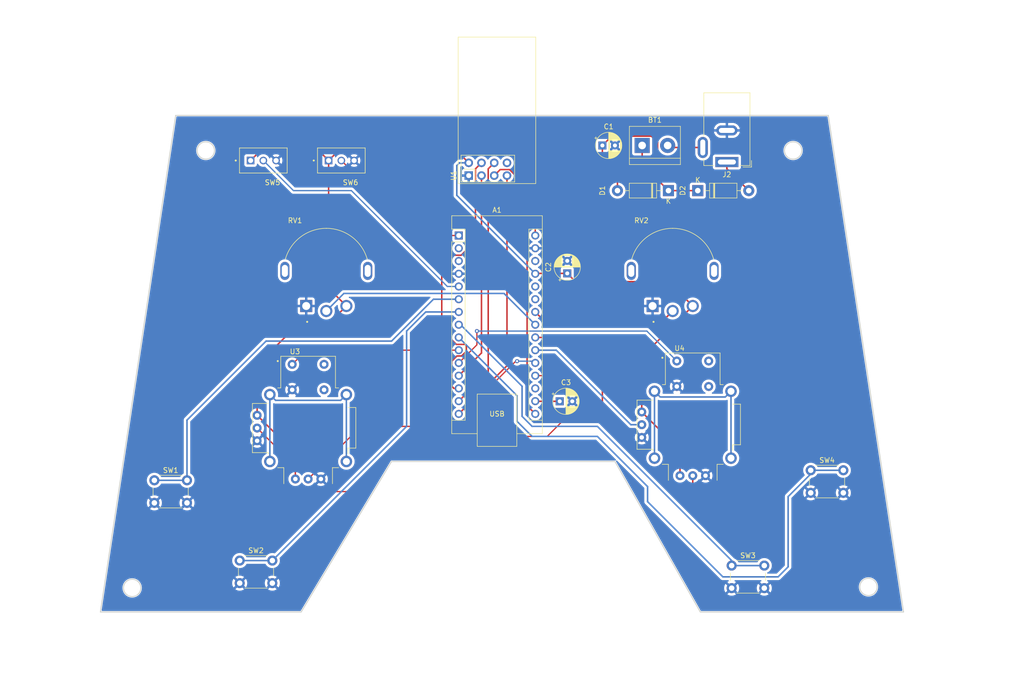
<source format=kicad_pcb>
(kicad_pcb (version 20221018) (generator pcbnew)
  (layers (0 "F.Cu" signal) (31 "B.Cu" signal) (34 "B.Paste" user) (35 "F.Paste" user) (36 "B.SilkS" user "B.Silkscreen") (37 "F.SilkS" user "F.Silkscreen") (38 "B.Mask" user) (39 "F.Mask" user) (44 "Edge.Cuts" user))
  (net 0 "")
  (net 1 "SPDT_1_Left")
  (net 4 "GND")
  (net 5 "SPDT_2_Right")
  (net 6 "Button_1")
  (net 7 "Button_2")
  (net 8 "Button_3")
  (net 9 "Button_4")
  (net 10 "j1Button")
  (net 11 "j2Button")
  (net 12 "CE")
  (net 13 "CSN")
  (net 14 "MOSI")
  (net 15 "MISO")
  (net 16 "SCK")
  (net 17 "+3V3")
  (net 19 "j1_PotX")
  (net 20 "j1_PotY")
  (net 21 "j2_PotX")
  (net 22 "j2_PotY")
  (net 23 "Pot_1_Left")
  (net 24 "Pot_2_Right")
  (net 27 "+5V")
  (net 29 "VIN")
  (net 30 "Net-(BT1-+)")
  (net 31 "Net-(BT1--)")
  (net 32 "Net-(D2-A)")
  (net 34 "unconnected-(U3-SHIELD-PadS1)")
  (net 35 "unconnected-(U4-SHIELD-PadS1)")
  (footprint "Button_Switch_THT:SW_PUSH_6mm" (layer "F.Cu") (at 196.75 130.75)
    (fp_text reference "SW3" (at 3.25 -2) (layer "F.SilkS"))
    (fp_text value "SW_Push")
    (pad "1" thru_hole circle (at 0 0 90) (size 2 2) (drill 1.1) (layers "*.Cu" "*.Mask") (net 8 "Button_3"))
    (pad "1" thru_hole circle (at 6.5 0 90) (size 2 2) (drill 1.1) (layers "*.Cu" "*.Mask") (net 8 "Button_3"))
    (pad "2" thru_hole circle (at 0 4.5 90) (size 2 2) (drill 1.1) (layers "*.Cu" "*.Mask") (net 4 "GND"))
    (pad "2" thru_hole circle (at 6.5 4.5 90) (size 2 2) (drill 1.1) (layers "*.Cu" "*.Mask") (net 4 "GND"))
  )
  (footprint "Diode_THT:D_DO-41_SOD81_P10.16mm_Horizontal" (layer "F.Cu") (at 190 56)
    (fp_text reference "D2" (at -3 0 90) (layer "F.SilkS"))
    (fp_text value "1N4001")
    (fp_text user "K" (at 0 -2.1) (layer "F.SilkS"))
    (pad "1" thru_hole rect (at 0 0) (size 2.2 2.2) (drill 1.1) (layers "*.Cu" "*.Mask") (net 29 "VIN"))
    (pad "2" thru_hole oval (at 10.16 0) (size 2.2 2.2) (drill 1.1) (layers "*.Cu" "*.Mask") (net 32 "Net-(D2-A)"))
  )
  (footprint "Button_Switch_THT:SW_PUSH_6mm" (layer "F.Cu") (at 98.75 129.75)
    (fp_text reference "SW2" (at 3.25 -2) (layer "F.SilkS"))
    (fp_text value "SW_Push")
    (pad "1" thru_hole circle (at 0 0 90) (size 2 2) (drill 1.1) (layers "*.Cu" "*.Mask") (net 7 "Button_2"))
    (pad "1" thru_hole circle (at 6.5 0 90) (size 2 2) (drill 1.1) (layers "*.Cu" "*.Mask") (net 7 "Button_2"))
    (pad "2" thru_hole circle (at 0 4.5 90) (size 2 2) (drill 1.1) (layers "*.Cu" "*.Mask") (net 4 "GND"))
    (pad "2" thru_hole circle (at 6.5 4.5 90) (size 2 2) (drill 1.1) (layers "*.Cu" "*.Mask") (net 4 "GND"))
  )
  (footprint "SPDT_Switch:SW_ATE1D-2M3-10-Z" (layer "F.Cu") (at 103.46 50 180)
    (fp_text reference "SW5" (at -1.825 -4.385) (layer "F.SilkS"))
    (fp_text value "SW_SPDT")
    (pad "1" thru_hole rect (at 2.54 0 180) (size 1.508 1.508) (drill 1) (layers "*.Cu" "*.Mask") (net 27 "+5V"))
    (pad "2" thru_hole circle (at 0 0 180) (size 1.508 1.508) (drill 1) (layers "*.Cu" "*.Mask") (net 1 "SPDT_1_Left"))
    (pad "3" thru_hole circle (at -2.54 0 180) (size 1.508 1.508) (drill 1) (layers "*.Cu" "*.Mask") (net 4 "GND"))
  )
  (footprint "Diode_THT:D_DO-41_SOD81_P10.16mm_Horizontal" (layer "F.Cu") (at 184.16 56 180)
    (fp_text reference "D1" (at 13.16 0 90) (layer "F.SilkS"))
    (fp_text value "1N4001")
    (fp_text user "K" (at 0 -2.1) (layer "F.SilkS"))
    (pad "1" thru_hole rect (at 0 0 180) (size 2.2 2.2) (drill 1.1) (layers "*.Cu" "*.Mask") (net 29 "VIN"))
    (pad "2" thru_hole oval (at 10.16 0 180) (size 2.2 2.2) (drill 1.1) (layers "*.Cu" "*.Mask") (net 30 "Net-(BT1-+)"))
  )
  (footprint "TerminalBlock:TerminalBlock_bornier-2_P5.08mm" (layer "F.Cu") (at 178.92 47)
    (fp_text reference "BT1" (at 2.54 -5.08) (layer "F.SilkS"))
    (fp_text value "Battery")
    (pad "1" thru_hole rect (at 0 0) (size 3 3) (drill 1.52) (layers "*.Cu" "*.Mask") (net 30 "Net-(BT1-+)"))
    (pad "2" thru_hole circle (at 5.08 0) (size 3 3) (drill 1.52) (layers "*.Cu" "*.Mask") (net 31 "Net-(BT1--)"))
  )
  (footprint "Button_Switch_THT:SW_PUSH_6mm" (layer "F.Cu") (at 81.75 113.75)
    (fp_text reference "SW1" (at 3.25 -2) (layer "F.SilkS"))
    (fp_text value "SW_Push")
    (pad "1" thru_hole circle (at 0 0 90) (size 2 2) (drill 1.1) (layers "*.Cu" "*.Mask") (net 6 "Button_1"))
    (pad "1" thru_hole circle (at 6.5 0 90) (size 2 2) (drill 1.1) (layers "*.Cu" "*.Mask") (net 6 "Button_1"))
    (pad "2" thru_hole circle (at 0 4.5 90) (size 2 2) (drill 1.1) (layers "*.Cu" "*.Mask") (net 4 "GND"))
    (pad "2" thru_hole circle (at 6.5 4.5 90) (size 2 2) (drill 1.1) (layers "*.Cu" "*.Mask") (net 4 "GND"))
  )
  (footprint "Module:Arduino_Nano" (layer "F.Cu") (at 142.39 64.95)
    (fp_text reference "A1" (at 7.62 -5.08) (layer "F.SilkS"))
    (fp_text value "Arduino_Nano_v3.x")
    (fp_text user "USB" (at 7.62 35.56 unlocked) (layer "F.SilkS"))
    (pad "1" thru_hole rect (at 0 0) (size 1.6 1.6) (drill 1) (layers "*.Cu" "*.Mask") (net 5 "SPDT_2_Right"))
    (pad "2" thru_hole oval (at 0 2.54) (size 1.6 1.6) (drill 1) (layers "*.Cu" "*.Mask"))
    (pad "3" thru_hole oval (at 0 5.08) (size 1.6 1.6) (drill 1) (layers "*.Cu" "*.Mask"))
    (pad "4" thru_hole oval (at 0 7.62) (size 1.6 1.6) (drill 1) (layers "*.Cu" "*.Mask") (net 4 "GND"))
    (pad "5" thru_hole oval (at 0 10.16) (size 1.6 1.6) (drill 1) (layers "*.Cu" "*.Mask") (net 1 "SPDT_1_Left"))
    (pad "6" thru_hole oval (at 0 12.7) (size 1.6 1.6) (drill 1) (layers "*.Cu" "*.Mask") (net 6 "Button_1"))
    (pad "7" thru_hole oval (at 0 15.24) (size 1.6 1.6) (drill 1) (layers "*.Cu" "*.Mask") (net 7 "Button_2"))
    (pad "8" thru_hole oval (at 0 17.78) (size 1.6 1.6) (drill 1) (layers "*.Cu" "*.Mask") (net 8 "Button_3"))
    (pad "9" thru_hole oval (at 0 20.32) (size 1.6 1.6) (drill 1) (layers "*.Cu" "*.Mask") (net 9 "Button_4"))
    (pad "10" thru_hole oval (at 0 22.86) (size 1.6 1.6) (drill 1) (layers "*.Cu" "*.Mask") (net 10 "j1Button"))
    (pad "11" thru_hole oval (at 0 25.4) (size 1.6 1.6) (drill 1) (layers "*.Cu" "*.Mask") (net 11 "j2Button"))
    (pad "12" thru_hole oval (at 0 27.94) (size 1.6 1.6) (drill 1) (layers "*.Cu" "*.Mask") (net 12 "CE"))
    (pad "13" thru_hole oval (at 0 30.48) (size 1.6 1.6) (drill 1) (layers "*.Cu" "*.Mask") (net 13 "CSN"))
    (pad "14" thru_hole oval (at 0 33.02) (size 1.6 1.6) (drill 1) (layers "*.Cu" "*.Mask") (net 14 "MOSI"))
    (pad "15" thru_hole oval (at 0 35.56) (size 1.6 1.6) (drill 1) (layers "*.Cu" "*.Mask") (net 15 "MISO"))
    (pad "16" thru_hole oval (at 15.24 35.56) (size 1.6 1.6) (drill 1) (layers "*.Cu" "*.Mask") (net 16 "SCK"))
    (pad "17" thru_hole oval (at 15.24 33.02) (size 1.6 1.6) (drill 1) (layers "*.Cu" "*.Mask") (net 17 "+3V3"))
    (pad "18" thru_hole oval (at 15.24 30.48) (size 1.6 1.6) (drill 1) (layers "*.Cu" "*.Mask"))
    (pad "19" thru_hole oval (at 15.24 27.94) (size 1.6 1.6) (drill 1) (layers "*.Cu" "*.Mask") (net 19 "j1_PotX"))
    (pad "20" thru_hole oval (at 15.24 25.4) (size 1.6 1.6) (drill 1) (layers "*.Cu" "*.Mask") (net 20 "j1_PotY"))
    (pad "21" thru_hole oval (at 15.24 22.86) (size 1.6 1.6) (drill 1) (layers "*.Cu" "*.Mask") (net 21 "j2_PotX"))
    (pad "22" thru_hole oval (at 15.24 20.32) (size 1.6 1.6) (drill 1) (layers "*.Cu" "*.Mask") (net 22 "j2_PotY"))
    (pad "23" thru_hole oval (at 15.24 17.78) (size 1.6 1.6) (drill 1) (layers "*.Cu" "*.Mask") (net 23 "Pot_1_Left"))
    (pad "24" thru_hole oval (at 15.24 15.24) (size 1.6 1.6) (drill 1) (layers "*.Cu" "*.Mask") (net 24 "Pot_2_Right"))
    (pad "25" thru_hole oval (at 15.24 12.7) (size 1.6 1.6) (drill 1) (layers "*.Cu" "*.Mask"))
    (pad "26" thru_hole oval (at 15.24 10.16) (size 1.6 1.6) (drill 1) (layers "*.Cu" "*.Mask"))
    (pad "27" thru_hole oval (at 15.24 7.62) (size 1.6 1.6) (drill 1) (layers "*.Cu" "*.Mask") (net 27 "+5V"))
    (pad "28" thru_hole oval (at 15.24 5.08) (size 1.6 1.6) (drill 1) (layers "*.Cu" "*.Mask"))
    (pad "29" thru_hole oval (at 15.24 2.54) (size 1.6 1.6) (drill 1) (layers "*.Cu" "*.Mask") (net 4 "GND"))
    (pad "30" thru_hole oval (at 15.24 0) (size 1.6 1.6) (drill 1) (layers "*.Cu" "*.Mask") (net 29 "VIN"))
  )
  (footprint "Joystick:Joystick" (layer "F.Cu") (at 112.38 103.3325)
    (fp_text reference "U3" (at -2.625 -15.235) (layer "F.SilkS"))
    (fp_text value "Joystick1")
    (pad "B1A" thru_hole circle (at -3.175 -12.7) (size 1.778 1.778) (drill 0.9) (layers "*.Cu" "*.Mask") (net 10 "j1Button"))
    (pad "B1B" thru_hole circle (at 3.175 -12.7) (size 1.778 1.778) (drill 0.9) (layers "*.Cu" "*.Mask"))
    (pad "B2A" thru_hole circle (at -3.175 -7.62) (size 1.778 1.778) (drill 0.9) (layers "*.Cu" "*.Mask") (net 4 "GND"))
    (pad "B2B" thru_hole circle (at 3.175 -7.62) (size 1.778 1.778) (drill 0.9) (layers "*.Cu" "*.Mask"))
    (pad "H1" thru_hole circle (at -2.54 10.16) (size 1.778 1.778) (drill 0.889) (layers "*.Cu" "*.Mask") (net 27 "+5V"))
    (pad "H2" thru_hole circle (at 0 10.16) (size 1.778 1.778) (drill 0.889) (layers "*.Cu" "*.Mask") (net 20 "j1_PotY"))
    (pad "H3" thru_hole circle (at 2.54 10.16) (size 1.778 1.778) (drill 0.889) (layers "*.Cu" "*.Mask") (net 4 "GND"))
    (pad "S1" thru_hole circle (at -7.62 -6.6675) (size 2.286 2.286) (drill 1.397) (layers "*.Cu" "*.Mask") (net 34 "unconnected-(U3-SHIELD-PadS1)"))
    (pad "S2" thru_hole circle (at -7.62 6.6675) (size 2.286 2.286) (drill 1.397) (layers "*.Cu" "*.Mask") (net 34 "unconnected-(U3-SHIELD-PadS1)"))
    (pad "S3" thru_hole circle (at 7.62 6.6675) (size 2.286 2.286) (drill 1.397) (layers "*.Cu" "*.Mask") (net 34 "unconnected-(U3-SHIELD-PadS1)"))
    (pad "S4" thru_hole circle (at 7.62 -6.6675) (size 2.286 2.286) (drill 1.397) (layers "*.Cu" "*.Mask") (net 34 "unconnected-(U3-SHIELD-PadS1)"))
    (pad "V1" thru_hole circle (at -10.16 -2.54) (size 1.778 1.778) (drill 0.889) (layers "*.Cu" "*.Mask") (net 27 "+5V"))
    (pad "V2" thru_hole circle (at -10.16 0) (size 1.778 1.778) (drill 0.889) (layers "*.Cu" "*.Mask") (net 19 "j1_PotX"))
    (pad "V3" thru_hole circle (at -10.16 2.54) (size 1.778 1.778) (drill 0.889) (layers "*.Cu" "*.Mask") (net 4 "GND"))
  )
  (footprint "Potentiometer_THT:Verticle_Potentiometer" (layer "F.Cu") (at 116 72)
    (fp_text reference "RV1" (at -6.225 -10.035) (layer "F.SilkS"))
    (fp_text value "R_Potentiometer")
    (pad "1" thru_hole rect (at -4 7) (size 2.4 2.4) (drill 1.6) (layers "*.Cu" "*.Mask") (net 4 "GND"))
    (pad "2" thru_hole circle (at 0 8) (size 2.4 2.4) (drill 1.6) (layers "*.Cu" "*.Mask") (net 23 "Pot_1_Left"))
    (pad "3" thru_hole circle (at 4 7) (size 2.4 2.4) (drill 1.6) (layers "*.Cu" "*.Mask") (net 27 "+5V"))
    (pad "4" thru_hole oval (at 8.25 0) (size 1.8 3.6) (drill oval 1.2 2.4) (layers "*.Cu" "*.Mask"))
    (pad "5" thru_hole oval (at -8.25 0) (size 1.8 3.6) (drill oval 1.2 2.4) (layers "*.Cu" "*.Mask"))
  )
  (footprint "Joystick:Joystick" (layer "F.Cu") (at 189 102.6675)
    (fp_text reference "U4" (at -2.625 -15.235) (layer "F.SilkS"))
    (fp_text value "Joystick2")
    (pad "B1A" thru_hole circle (at -3.175 -12.7) (size 1.778 1.778) (drill 0.9) (layers "*.Cu" "*.Mask") (net 11 "j2Button"))
    (pad "B1B" thru_hole circle (at 3.175 -12.7) (size 1.778 1.778) (drill 0.9) (layers "*.Cu" "*.Mask"))
    (pad "B2A" thru_hole circle (at -3.175 -7.62) (size 1.778 1.778) (drill 0.9) (layers "*.Cu" "*.Mask") (net 4 "GND"))
    (pad "B2B" thru_hole circle (at 3.175 -7.62) (size 1.778 1.778) (drill 0.9) (layers "*.Cu" "*.Mask"))
    (pad "H1" thru_hole circle (at -2.54 10.16) (size 1.778 1.778) (drill 0.889) (layers "*.Cu" "*.Mask") (net 27 "+5V"))
    (pad "H2" thru_hole circle (at 0 10.16) (size 1.778 1.778) (drill 0.889) (layers "*.Cu" "*.Mask") (net 22 "j2_PotY"))
    (pad "H3" thru_hole circle (at 2.54 10.16) (size 1.778 1.778) (drill 0.889) (layers "*.Cu" "*.Mask") (net 4 "GND"))
    (pad "S1" thru_hole circle (at -7.62 -6.6675) (size 2.286 2.286) (drill 1.397) (layers "*.Cu" "*.Mask") (net 35 "unconnected-(U4-SHIELD-PadS1)"))
    (pad "S2" thru_hole circle (at -7.62 6.6675) (size 2.286 2.286) (drill 1.397) (layers "*.Cu" "*.Mask") (net 35 "unconnected-(U4-SHIELD-PadS1)"))
    (pad "S3" thru_hole circle (at 7.62 6.6675) (size 2.286 2.286) (drill 1.397) (layers "*.Cu" "*.Mask") (net 35 "unconnected-(U4-SHIELD-PadS1)"))
    (pad "S4" thru_hole circle (at 7.62 -6.6675) (size 2.286 2.286) (drill 1.397) (layers "*.Cu" "*.Mask") (net 35 "unconnected-(U4-SHIELD-PadS1)"))
    (pad "V1" thru_hole circle (at -10.16 -2.54) (size 1.778 1.778) (drill 0.889) (layers "*.Cu" "*.Mask") (net 27 "+5V"))
    (pad "V2" thru_hole circle (at -10.16 0) (size 1.778 1.778) (drill 0.889) (layers "*.Cu" "*.Mask") (net 21 "j2_PotX"))
    (pad "V3" thru_hole circle (at -10.16 2.54) (size 1.778 1.778) (drill 0.889) (layers "*.Cu" "*.Mask") (net 4 "GND"))
  )
  (footprint "Button_Switch_THT:SW_PUSH_6mm" (layer "F.Cu") (at 212.5 111.75)
    (fp_text reference "SW4" (at 3.25 -2) (layer "F.SilkS"))
    (fp_text value "SW_Push")
    (pad "1" thru_hole circle (at 0 0 90) (size 2 2) (drill 1.1) (layers "*.Cu" "*.Mask") (net 9 "Button_4"))
    (pad "1" thru_hole circle (at 6.5 0 90) (size 2 2) (drill 1.1) (layers "*.Cu" "*.Mask") (net 9 "Button_4"))
    (pad "2" thru_hole circle (at 0 4.5 90) (size 2 2) (drill 1.1) (layers "*.Cu" "*.Mask") (net 4 "GND"))
    (pad "2" thru_hole circle (at 6.5 4.5 90) (size 2 2) (drill 1.1) (layers "*.Cu" "*.Mask") (net 4 "GND"))
  )
  (footprint "Capacitor_THT:CP_Radial_D5.0mm_P2.50mm" (layer "F.Cu") (at 162.5 98)
    (fp_text reference "C3" (at 1.25 -3.75) (layer "F.SilkS"))
    (fp_text value "C")
    (pad "1" thru_hole rect (at 0 0) (size 1.6 1.6) (drill 0.8) (layers "*.Cu" "*.Mask") (net 17 "+3V3"))
    (pad "2" thru_hole circle (at 2.5 0) (size 1.6 1.6) (drill 0.8) (layers "*.Cu" "*.Mask") (net 4 "GND"))
  )
  (footprint "RF_Module:nRF24L01_Breakout" (layer "F.Cu") (at 144.375 53 90)
    (fp_text reference "U1" (at 0 -3 90) (layer "F.SilkS"))
    (fp_text value "NRF24L01_Breakout")
    (pad "1" thru_hole rect (at 0 0 90) (size 1.7 1.7) (drill 1) (layers "*.Cu" "*.Mask") (net 4 "GND"))
    (pad "2" thru_hole circle (at 2.54 0 90) (size 1.7 1.7) (drill 1) (layers "*.Cu" "*.Mask") (net 27 "+5V"))
    (pad "3" thru_hole circle (at 0 2.54 90) (size 1.7 1.7) (drill 1) (layers "*.Cu" "*.Mask") (net 12 "CE"))
    (pad "4" thru_hole circle (at 2.54 2.54 90) (size 1.7 1.7) (drill 1) (layers "*.Cu" "*.Mask") (net 13 "CSN"))
    (pad "5" thru_hole circle (at 0 5.08 90) (size 1.7 1.7) (drill 1) (layers "*.Cu" "*.Mask") (net 16 "SCK"))
    (pad "6" thru_hole circle (at 2.54 5.08 90) (size 1.7 1.7) (drill 1) (layers "*.Cu" "*.Mask") (net 14 "MOSI"))
    (pad "7" thru_hole circle (at 0 7.62 90) (size 1.7 1.7) (drill 1) (layers "*.Cu" "*.Mask") (net 15 "MISO"))
    (pad "8" thru_hole circle (at 2.54 7.62 90) (size 1.7 1.7) (drill 1) (layers "*.Cu" "*.Mask"))
  )
  (footprint "Potentiometer_THT:Verticle_Potentiometer" (layer "F.Cu") (at 185 72)
    (fp_text reference "RV2" (at -6.225 -10.035) (layer "F.SilkS"))
    (fp_text value "R_Potentiometer")
    (pad "1" thru_hole rect (at -4 7) (size 2.4 2.4) (drill 1.6) (layers "*.Cu" "*.Mask") (net 4 "GND"))
    (pad "2" thru_hole circle (at 0 8) (size 2.4 2.4) (drill 1.6) (layers "*.Cu" "*.Mask") (net 24 "Pot_2_Right"))
    (pad "3" thru_hole circle (at 4 7) (size 2.4 2.4) (drill 1.6) (layers "*.Cu" "*.Mask") (net 27 "+5V"))
    (pad "4" thru_hole oval (at 8.25 0) (size 1.8 3.6) (drill oval 1.2 2.4) (layers "*.Cu" "*.Mask"))
    (pad "5" thru_hole oval (at -8.25 0) (size 1.8 3.6) (drill oval 1.2 2.4) (layers "*.Cu" "*.Mask"))
  )
  (footprint "Capacitor_THT:CP_Radial_D5.0mm_P2.50mm" (layer "F.Cu") (at 164 72.5 90)
    (fp_text reference "C2" (at 1.25 -3.75 90) (layer "F.SilkS"))
    (fp_text value "C")
    (pad "1" thru_hole rect (at 0 0 90) (size 1.6 1.6) (drill 0.8) (layers "*.Cu" "*.Mask") (net 27 "+5V"))
    (pad "2" thru_hole circle (at 2.5 0 90) (size 1.6 1.6) (drill 0.8) (layers "*.Cu" "*.Mask") (net 4 "GND"))
  )
  (footprint "SPDT_Switch:SW_ATE1D-2M3-10-Z" (layer "F.Cu") (at 119 50 180)
    (fp_text reference "SW6" (at -1.825 -4.385) (layer "F.SilkS"))
    (fp_text value "SW_SPDT")
    (pad "1" thru_hole rect (at 2.54 0 180) (size 1.508 1.508) (drill 1) (layers "*.Cu" "*.Mask") (net 27 "+5V"))
    (pad "2" thru_hole circle (at 0 0 180) (size 1.508 1.508) (drill 1) (layers "*.Cu" "*.Mask") (net 5 "SPDT_2_Right"))
    (pad "3" thru_hole circle (at -2.54 0 180) (size 1.508 1.508) (drill 1) (layers "*.Cu" "*.Mask") (net 4 "GND"))
  )
  (footprint "Capacitor_THT:CP_Radial_D5.0mm_P2.50mm" (layer "F.Cu") (at 171 47)
    (fp_text reference "C1" (at 1.25 -3.75) (layer "F.SilkS"))
    (fp_text value "10uF")
    (pad "1" thru_hole rect (at 0 0) (size 1.6 1.6) (drill 0.8) (layers "*.Cu" "*.Mask") (net 29 "VIN"))
    (pad "2" thru_hole circle (at 2.5 0) (size 1.6 1.6) (drill 0.8) (layers "*.Cu" "*.Mask") (net 4 "GND"))
  )
  (footprint "Connector_BarrelJack:BarrelJack_GCT_DCJ200-10-A_Horizontal" (layer "F.Cu") (at 195.8 50.3 180)
    (fp_text reference "J2" (at 0 -2.5) (layer "F.SilkS"))
    (fp_text value "Barrel_Jack_Switch")
    (pad "1" thru_hole rect (at 0 0 180) (size 4.6 2) (drill oval 3.6 1) (layers "*.Cu" "*.Mask") (net 32 "Net-(D2-A)"))
    (pad "2" thru_hole oval (at 0 6.3 180) (size 4.2 2) (drill oval 3.2 1) (layers "*.Cu" "*.Mask") (net 4 "GND"))
    (pad "3" thru_hole oval (at 4.8 2.9 180) (size 2 4.2) (drill oval 1 3.2) (layers "*.Cu" "*.Mask") (net 31 "Net-(BT1--)"))
  )
  (gr_line (start 129 110) (end 173.5 110) (stroke (width 0.2)) (layer "Edge.Cuts"))
  (gr_line (start 71 140) (end 111 140) (stroke (width 0.2)) (layer "Edge.Cuts"))
  (gr_circle (center 209 48) (end 209.3 46.3) (stroke (width 0.2)) (fill none) (layer "Edge.Cuts"))
  (gr_line (start 86 41) (end 216 41) (stroke (width 0.2)) (layer "Edge.Cuts"))
  (gr_line (start 86 41) (end 71 140) (stroke (width 0.2)) (layer "Edge.Cuts"))
  (gr_line (start 111 140) (end 129 110) (stroke (width 0.2)) (layer "Edge.Cuts"))
  (gr_circle (center 77.326267 135.2) (end 77.626267 133.5) (stroke (width 0.2)) (fill none) (layer "Edge.Cuts"))
  (gr_line (start 190.5 140) (end 173.5 110) (stroke (width 0.2)) (layer "Edge.Cuts"))
  (gr_line (start 216 41) (end 231 140) (stroke (width 0.2)) (layer "Edge.Cuts"))
  (gr_line (start 190.5 140) (end 231 140) (stroke (width 0.2)) (layer "Edge.Cuts"))
  (gr_circle (center 224 135) (end 224.3 133.3) (stroke (width 0.2)) (fill none) (layer "Edge.Cuts"))
  (gr_circle (center 92 48) (end 92.3 46.3) (stroke (width 0.2)) (fill none) (layer "Edge.Cuts"))
  (segment (start 121 56) (end 140.11 75.11) (width 0.25) (layer "B.Cu") (net 1))
  (segment (start 140.11 75.11) (end 142.39 75.11) (width 0.25) (layer "B.Cu") (net 1))
  (segment (start 109.46 56) (end 121 56) (width 0.25) (layer "B.Cu") (net 1))
  (segment (start 103.46 50) (end 109.46 56) (width 0.25) (layer "B.Cu") (net 1))
  (segment (start 133.95 64.95) (end 142.39 64.95) (width 0.25) (layer "F.Cu") (net 5))
  (segment (start 119 50) (end 133.95 64.95) (width 0.25) (layer "F.Cu") (net 5))
  (segment (start 137.35 77.65) (end 142.39 77.65) (width 0.3) (layer "B.Cu") (net 6))
  (segment (start 81.75 113.75) (end 88.25 113.75) (width 0.3) (layer "B.Cu") (net 6))
  (segment (start 129 86) (end 137.35 77.65) (width 0.3) (layer "B.Cu") (net 6))
  (segment (start 88.25 113.75) (end 88.25 101.75) (width 0.3) (layer "B.Cu") (net 6))
  (segment (start 88.25 101.75) (end 104 86) (width 0.3) (layer "B.Cu") (net 6))
  (segment (start 104 86) (end 129 86) (width 0.3) (layer "B.Cu") (net 6))
  (segment (start 132 103) (end 132 84) (width 0.3) (layer "B.Cu") (net 7))
  (segment (start 132 84) (end 135.81 80.19) (width 0.3) (layer "B.Cu") (net 7))
  (segment (start 135.81 80.19) (end 142.39 80.19) (width 0.3) (layer "B.Cu") (net 7))
  (segment (start 105.25 129.75) (end 132 103) (width 0.3) (layer "B.Cu") (net 7))
  (segment (start 105.25 129.75) (end 98.75 129.75) (width 0.3) (layer "B.Cu") (net 7))
  (segment (start 142.73 82.73) (end 142.39 82.73) (width 0.3) (layer "B.Cu") (net 8))
  (segment (start 196.75 130.75) (end 196.75 129.75) (width 0.3) (layer "B.Cu") (net 8))
  (segment (start 196.75 129.75) (end 170 103) (width 0.3) (layer "B.Cu") (net 8))
  (segment (start 155 95) (end 142.73 82.73) (width 0.3) (layer "B.Cu") (net 8))
  (segment (start 196.75 130.75) (end 203.25 130.75) (width 0.3) (layer "B.Cu") (net 8))
  (segment (start 155 101) (end 155 95) (width 0.3) (layer "B.Cu") (net 8))
  (segment (start 170 103) (end 157 103) (width 0.3) (layer "B.Cu") (net 8))
  (segment (start 157 103) (end 155 101) (width 0.3) (layer "B.Cu") (net 8))
  (segment (start 212.5 111.75) (end 212.5 112.5) (width 0.3) (layer "B.Cu") (net 9))
  (segment (start 212.5 111.75) (end 219 111.75) (width 0.3) (layer "B.Cu") (net 9))
  (segment (start 154 96.88) (end 142.39 85.27) (width 0.3) (layer "B.Cu") (net 9))
  (segment (start 212.5 112.5) (end 208 117) (width 0.3) (layer "B.Cu") (net 9))
  (segment (start 208 131) (end 206 133) (width 0.3) (layer "B.Cu") (net 9))
  (segment (start 195 133) (end 180 118) (width 0.3) (layer "B.Cu") (net 9))
  (segment (start 157 105) (end 154 102) (width 0.3) (layer "B.Cu") (net 9))
  (segment (start 154 102) (end 154 96.88) (width 0.3) (layer "B.Cu") (net 9))
  (segment (start 170 105) (end 157 105) (width 0.3) (layer "B.Cu") (net 9))
  (segment (start 208 117) (end 208 131) (width 0.3) (layer "B.Cu") (net 9))
  (segment (start 180 115) (end 170 105) (width 0.3) (layer "B.Cu") (net 9))
  (segment (start 206 133) (end 195 133) (width 0.3) (layer "B.Cu") (net 9))
  (segment (start 180 118) (end 180 115) (width 0.3) (layer "B.Cu") (net 9))
  (segment (start 112.0275 87.81) (end 142.39 87.81) (width 0.25) (layer "F.Cu") (net 10))
  (segment (start 109.205 90.6325) (end 112.0275 87.81) (width 0.25) (layer "F.Cu") (net 10))
  (segment (start 146 84) (end 146 86.74) (width 0.25) (layer "F.Cu") (net 11))
  (segment (start 146 86.74) (end 142.39 90.35) (width 0.25) (layer "F.Cu") (net 11))
  (via (at 146 84) (size 0.8) (drill 0.4) (layers "F.Cu" "B.Cu") (net 11))
  (segment (start 179.8575 84) (end 146 84) (width 0.25) (layer "B.Cu") (net 11))
  (segment (start 185.825 89.9675) (end 179.8575 84) (width 0.25) (layer "B.Cu") (net 11))
  (segment (start 146.915 88.365) (end 142.39 92.89) (width 0.3) (layer "F.Cu") (net 12))
  (segment (start 146.915 53) (end 146.915 88.365) (width 0.3) (layer "F.Cu") (net 12))
  (segment (start 142.953173 88.96) (end 142.04 88.96) (width 0.3) (layer "F.Cu") (net 13))
  (segment (start 141 90) (end 141 95) (width 0.3) (layer "F.Cu") (net 13))
  (segment (start 145.715 66.031346) (end 142.866346 68.88) (width 0.3) (layer "F.Cu") (net 13))
  (segment (start 141.913654 86.66) (end 143.66 86.66) (width 0.3) (layer "F.Cu") (net 13))
  (segment (start 143.913173 86.913173) (end 143.913173 88) (width 0.3) (layer "F.Cu") (net 13))
  (segment (start 139 70) (end 139 83.746346) (width 0.3) (layer "F.Cu") (net 13))
  (segment (start 143.913173 88) (end 142.953173 88.96) (width 0.3) (layer "F.Cu") (net 13))
  (segment (start 143.66 86.66) (end 143.913173 86.913173) (width 0.3) (layer "F.Cu") (net 13))
  (segment (start 141.43 95.43) (end 142.39 95.43) (width 0.3) (layer "F.Cu") (net 13))
  (segment (start 141 95) (end 141.43 95.43) (width 0.3) (layer "F.Cu") (net 13))
  (segment (start 142.04 88.96) (end 141 90) (width 0.3) (layer "F.Cu") (net 13))
  (segment (start 140.12 68.88) (end 139 70) (width 0.3) (layer "F.Cu") (net 13))
  (segment (start 142.866346 68.88) (end 140.12 68.88) (width 0.3) (layer "F.Cu") (net 13))
  (segment (start 146.915 50.46) (end 145.715 51.66) (width 0.3) (layer "F.Cu") (net 13))
  (segment (start 145.715 51.66) (end 145.715 66.031346) (width 0.3) (layer "F.Cu") (net 13))
  (segment (start 139 83.746346) (end 141.913654 86.66) (width 0.3) (layer "F.Cu") (net 13))
  (segment (start 148.255 92.105) (end 142.39 97.97) (width 0.3) (layer "F.Cu") (net 14))
  (segment (start 149.455 50.46) (end 148.255 51.66) (width 0.3) (layer "F.Cu") (net 14))
  (segment (start 148.255 51.66) (end 148.255 92.105) (width 0.3) (layer "F.Cu") (net 14))
  (segment (start 151.995 90.905) (end 142.39 100.51) (width 0.3) (layer "F.Cu") (net 15))
  (segment (start 151.995 53) (end 151.995 90.905) (width 0.3) (layer "F.Cu") (net 15))
  (segment (start 156 55.307943) (end 156 98.88) (width 0.3) (layer "F.Cu") (net 16))
  (segment (start 149.455 53) (end 150.655 51.8) (width 0.3) (layer "F.Cu") (net 16))
  (segment (start 152.492057 51.8) (end 156 55.307943) (width 0.3) (layer "F.Cu") (net 16))
  (segment (start 150.655 51.8) (end 152.492057 51.8) (width 0.3) (layer "F.Cu") (net 16))
  (segment (start 156 98.88) (end 157.63 100.51) (width 0.3) (layer "F.Cu") (net 16))
  (segment (start 157.66 98) (end 157.63 97.97) (width 0.3) (layer "F.Cu") (net 17))
  (segment (start 162.5 98) (end 157.66 98) (width 0.3) (layer "F.Cu") (net 17))
  (segment (start 163.875 101.125) (end 163.875 96.875) (width 0.25) (layer "F.Cu") (net 19))
  (segment (start 159.89 92.89) (end 157.63 92.89) (width 0.25) (layer "F.Cu") (net 19))
  (segment (start 107 108.1125) (end 107 114) (width 0.25) (layer "F.Cu") (net 19))
  (segment (start 109 116) (end 121 116) (width 0.25) (layer "F.Cu") (net 19))
  (segment (start 107 114) (end 109 116) (width 0.25) (layer "F.Cu") (net 19))
  (segment (start 163.875 96.875) (end 159.89 92.89) (width 0.25) (layer "F.Cu") (net 19))
  (segment (start 121 116) (end 132 105) (width 0.25) (layer "F.Cu") (net 19))
  (segment (start 132 105) (end 160 105) (width 0.25) (layer "F.Cu") (net 19))
  (segment (start 160 105) (end 163.875 101.125) (width 0.25) (layer "F.Cu") (net 19))
  (segment (start 102.22 103.3325) (end 107 108.1125) (width 0.25) (layer "F.Cu") (net 19))
  (segment (start 122.8725 103) (end 112.38 113.4925) (width 0.25) (layer "F.Cu") (net 20))
  (segment (start 148 101) (end 146 103) (width 0.25) (layer "F.Cu") (net 20))
  (segment (start 153.745495 90) (end 148 95.745495) (width 0.25) (layer "F.Cu") (net 20))
  (segment (start 146 103) (end 122.8725 103) (width 0.25) (layer "F.Cu") (net 20))
  (segment (start 154 90) (end 153.745495 90) (width 0.25) (layer "F.Cu") (net 20))
  (segment (start 148 95.745495) (end 148 101) (width 0.25) (layer "F.Cu") (net 20))
  (via (at 154 90) (size 0.8) (drill 0.4) (layers "F.Cu" "B.Cu") (net 20))
  (segment (start 157.28 90) (end 154 90) (width 0.25) (layer "B.Cu") (net 20))
  (segment (start 157.63 90.35) (end 157.28 90) (width 0.25) (layer "B.Cu") (net 20))
  (segment (start 176.6675 102.6675) (end 161.81 87.81) (width 0.3) (layer "B.Cu") (net 21))
  (segment (start 161.81 87.81) (end 157.63 87.81) (width 0.3) (layer "B.Cu") (net 21))
  (segment (start 178.84 102.6675) (end 176.6675 102.6675) (width 0.3) (layer "B.Cu") (net 21))
  (segment (start 171 94) (end 162.27 85.27) (width 0.3) (layer "F.Cu") (net 22))
  (segment (start 189 115) (end 184 115) (width 0.3) (layer "F.Cu") (net 22))
  (segment (start 189 112.8275) (end 189 115) (width 0.3) (layer "F.Cu") (net 22))
  (segment (start 184 115) (end 171 102) (width 0.3) (layer "F.Cu") (net 22))
  (segment (start 162.27 85.27) (end 157.63 85.27) (width 0.3) (layer "F.Cu") (net 22))
  (segment (start 171 102) (end 171 94) (width 0.3) (layer "F.Cu") (net 22))
  (segment (start 119.5 76.5) (end 116 80) (width 0.3) (layer "B.Cu") (net 23))
  (segment (start 157.63 82.73) (end 151.4 76.5) (width 0.3) (layer "B.Cu") (net 23))
  (segment (start 151.4 76.5) (end 119.5 76.5) (width 0.3) (layer "B.Cu") (net 23))
  (segment (start 185 80) (end 183.8 81.2) (width 0.3) (layer "F.Cu") (net 24))
  (segment (start 183.8 81.2) (end 158.64 81.2) (width 0.3) (layer "F.Cu") (net 24))
  (segment (start 158.64 81.2) (end 157.63 80.19) (width 0.3) (layer "F.Cu") (net 24))
  (segment (start 164 72.5) (end 157.7 72.5) (width 0.3) (layer "F.Cu") (net 27))
  (segment (start 184.15 74.15) (end 189 79) (width 0.3) (layer "F.Cu") (net 27))
  (segment (start 186.46 107.7475) (end 186.46 112.8275) (width 0.3) (layer "F.Cu") (net 27))
  (segment (start 109.84 108.4125) (end 109.84 113.4925) (width 0.3) (layer "F.Cu") (net 27))
  (segment (start 108 85) (end 114 85) (width 0.3) (layer "F.Cu") (net 27))
  (segment (start 119.46 47) (end 140.915 47) (width 0.3) (layer "F.Cu") (net 27))
  (segment (start 102.22 90.78) (end 108 85) (width 0.3) (layer "F.Cu") (net 27))
  (segment (start 114.46 48) (end 102.92 48) (width 0.3) (layer "F.Cu") (net 27))
  (segment (start 189 79) (end 178.84 89.16) (width 0.3) (layer "F.Cu") (net 27))
  (segment (start 102.92 48) (end 100.92 50) (width 0.3) (layer "F.Cu") (net 27))
  (segment (start 165.65 74.15) (end 184.15 74.15) (width 0.3) (layer "F.Cu") (net 27))
  (segment (start 164 72.5) (end 165.65 74.15) (width 0.3) (layer "F.Cu") (net 27))
  (segment (start 116.46 75.46) (end 120 79) (width 0.3) (layer "F.Cu") (net 27))
  (segment (start 114 85) (end 120 79) (width 0.3) (layer "F.Cu") (net 27))
  (segment (start 102.22 100.7925) (end 109.84 108.4125) (width 0.3) (layer "F.Cu") (net 27))
  (segment (start 178.84 100.1275) (end 186.46 107.7475) (width 0.3) (layer "F.Cu") (net 27))
  (segment (start 178.84 89.16) (end 178.84 100.1275) (width 0.3) (layer "F.Cu") (net 27))
  (segment (start 158.06 73) (end 157.63 72.57) (width 0.3) (layer "F.Cu") (net 27))
  (segment (start 116.46 50) (end 116.46 75.46) (width 0.3) (layer "F.Cu") (net 27))
  (segment (start 157.7 72.5) (end 157.63 72.57) (width 0.3) (layer "F.Cu") (net 27))
  (segment (start 102.22 100.7925) (end 102.22 90.78) (width 0.3) (layer "F.Cu") (net 27))
  (segment (start 116.46 50) (end 114.46 48) (width 0.3) (layer "F.Cu") (net 27))
  (segment (start 140.915 47) (end 144.375 50.46) (width 0.3) (layer "F.Cu") (net 27))
  (segment (start 116.46 50) (end 119.46 47) (width 0.3) (layer "F.Cu") (net 27))
  (segment (start 142 56.94) (end 142 51) (width 0.3) (layer "B.Cu") (net 27))
  (segment (start 142.54 50.46) (end 144.375 50.46) (width 0.3) (layer "B.Cu") (net 27))
  (segment (start 142 51) (end 142.54 50.46) (width 0.3) (layer "B.Cu") (net 27))
  (segment (start 157.63 72.57) (end 142 56.94) (width 0.3) (layer "B.Cu") (net 27))
  (segment (start 190 56) (end 184.16 56) (width 0.3) (layer "F.Cu") (net 29))
  (segment (start 180.77 45.15) (end 172.85 45.15) (width 0.3) (layer "F.Cu") (net 29))
  (segment (start 172.85 45.15) (end 171 47) (width 0.3) (layer "F.Cu") (net 29))
  (segment (start 171 47) (end 171 50) (width 0.3) (layer "F.Cu") (net 29))
  (segment (start 171 50) (end 157.63 63.37) (width 0.3) (layer "F.Cu") (net 29))
  (segment (start 184.16 56) (end 182 53.84) (width 0.3) (layer "F.Cu") (net 29))
  (segment (start 182 53.84) (end 182 46.38) (width 0.3) (layer "F.Cu") (net 29))
  (segment (start 157.63 63.37) (end 157.63 64.95) (width 0.3) (layer "F.Cu") (net 29))
  (segment (start 182 46.38) (end 180.77 45.15) (width 0.3) (layer "F.Cu") (net 29))
  (segment (start 174 54) (end 174 56) (width 0.3) (layer "F.Cu") (net 30))
  (segment (start 178.92 47) (end 178.92 49.08) (width 0.3) (layer "F.Cu") (net 30))
  (segment (start 178.92 49.08) (end 174 54) (width 0.3) (layer "F.Cu") (net 30))
  (segment (start 184.4 47.4) (end 184 47) (width 0.3) (layer "F.Cu") (net 31))
  (segment (start 191 47.4) (end 184.4 47.4) (width 0.3) (layer "F.Cu") (net 31))
  (segment (start 195.8 51.64) (end 200.16 56) (width 0.3) (layer "F.Cu") (net 32))
  (segment (start 195.8 50.3) (end 195.8 51.64) (width 0.3) (layer "F.Cu") (net 32))
  (segment (start 104.76 110) (end 104.76 96.665) (width 0.3) (layer "B.Cu") (net 34))
  (segment (start 105.903 97.808) (end 118.857 97.808) (width 0.3) (layer "B.Cu") (net 34))
  (segment (start 104.76 96.665) (end 105.903 97.808) (width 0.3) (layer "B.Cu") (net 34))
  (segment (start 120 96.665) (end 120 110) (width 0.3) (layer "B.Cu") (net 34))
  (segment (start 118.857 97.808) (end 120 96.665) (width 0.3) (layer "B.Cu") (net 34))
  (segment (start 195.477 97.143) (end 196.62 96) (width 0.3) (layer "B.Cu") (net 35))
  (segment (start 181.38 96) (end 182.523 97.143) (width 0.3) (layer "B.Cu") (net 35))
  (segment (start 182.523 97.143) (end 195.477 97.143) (width 0.3) (layer "B.Cu") (net 35))
  (segment (start 196.62 96) (end 196.62 109.335) (width 0.3) (layer "B.Cu") (net 35))
  (segment (start 181.38 96) (end 181.38 109.335) (width 0.3) (layer "B.Cu") (net 35))
  (zone (net 4) (net_name "GND") (layer "B.Cu") (connect_pads (clearance 0.5)) (min_thickness 0.25) (fill yes (thermal_gap 0.5) (thermal_bridge_width 0.5))
    (polygon (pts (xy 51 19) (xy 242 18) (xy 255 154) (xy 53 154)))
  )
)
</source>
